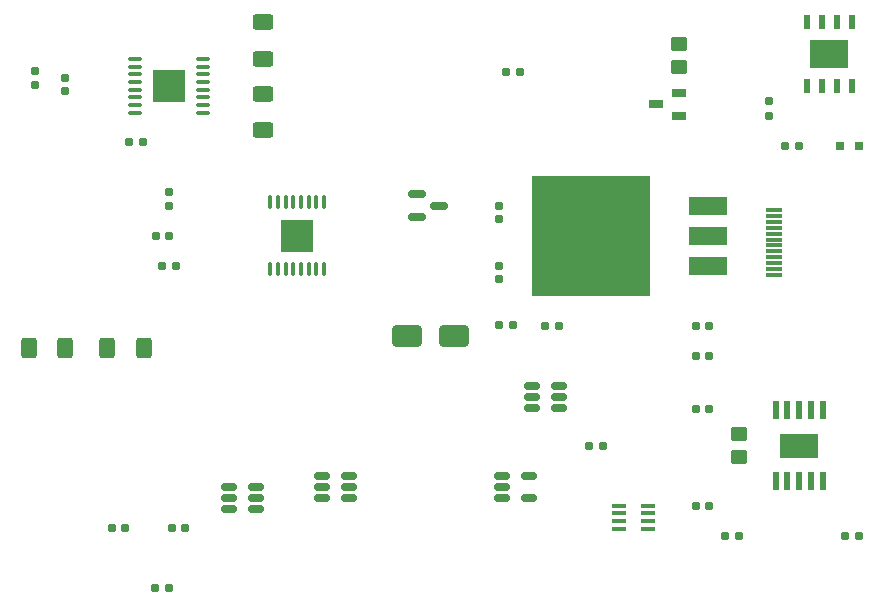
<source format=gtp>
%TF.GenerationSoftware,KiCad,Pcbnew,7.0.1*%
%TF.CreationDate,2025-03-28T02:07:49+02:00*%
%TF.ProjectId,PowerCircuit_V6,506f7765-7243-4697-9263-7569745f5636,rev?*%
%TF.SameCoordinates,Original*%
%TF.FileFunction,Paste,Top*%
%TF.FilePolarity,Positive*%
%FSLAX46Y46*%
G04 Gerber Fmt 4.6, Leading zero omitted, Abs format (unit mm)*
G04 Created by KiCad (PCBNEW 7.0.1) date 2025-03-28 02:07:49*
%MOMM*%
%LPD*%
G01*
G04 APERTURE LIST*
G04 Aperture macros list*
%AMRoundRect*
0 Rectangle with rounded corners*
0 $1 Rounding radius*
0 $2 $3 $4 $5 $6 $7 $8 $9 X,Y pos of 4 corners*
0 Add a 4 corners polygon primitive as box body*
4,1,4,$2,$3,$4,$5,$6,$7,$8,$9,$2,$3,0*
0 Add four circle primitives for the rounded corners*
1,1,$1+$1,$2,$3*
1,1,$1+$1,$4,$5*
1,1,$1+$1,$6,$7*
1,1,$1+$1,$8,$9*
0 Add four rect primitives between the rounded corners*
20,1,$1+$1,$2,$3,$4,$5,0*
20,1,$1+$1,$4,$5,$6,$7,0*
20,1,$1+$1,$6,$7,$8,$9,0*
20,1,$1+$1,$8,$9,$2,$3,0*%
G04 Aperture macros list end*
%ADD10RoundRect,0.150000X-0.512500X-0.150000X0.512500X-0.150000X0.512500X0.150000X-0.512500X0.150000X0*%
%ADD11RoundRect,0.160000X-0.197500X-0.160000X0.197500X-0.160000X0.197500X0.160000X-0.197500X0.160000X0*%
%ADD12R,0.600000X1.500000*%
%ADD13R,3.300000X2.100000*%
%ADD14R,3.300000X1.510998*%
%ADD15R,10.020015X10.122022*%
%ADD16RoundRect,0.250000X0.450000X-0.350000X0.450000X0.350000X-0.450000X0.350000X-0.450000X-0.350000X0*%
%ADD17RoundRect,0.155000X-0.212500X-0.155000X0.212500X-0.155000X0.212500X0.155000X-0.212500X0.155000X0*%
%ADD18R,1.250013X0.700000*%
%ADD19RoundRect,0.250000X-0.400000X-0.625000X0.400000X-0.625000X0.400000X0.625000X-0.400000X0.625000X0*%
%ADD20O,1.251994X0.364008*%
%ADD21O,1.300000X0.350013*%
%ADD22R,2.740005X2.740005*%
%ADD23R,1.400000X0.300000*%
%ADD24RoundRect,0.155000X0.155000X-0.212500X0.155000X0.212500X-0.155000X0.212500X-0.155000X-0.212500X0*%
%ADD25O,0.350013X1.300000*%
%ADD26RoundRect,0.250000X0.400000X0.625000X-0.400000X0.625000X-0.400000X-0.625000X0.400000X-0.625000X0*%
%ADD27R,0.800000X0.800000*%
%ADD28RoundRect,0.250000X0.625000X-0.400000X0.625000X0.400000X-0.625000X0.400000X-0.625000X-0.400000X0*%
%ADD29RoundRect,0.150000X-0.587500X-0.150000X0.587500X-0.150000X0.587500X0.150000X-0.587500X0.150000X0*%
%ADD30R,0.600000X1.300000*%
%ADD31R,3.300000X2.400000*%
%ADD32RoundRect,0.160000X0.160000X-0.197500X0.160000X0.197500X-0.160000X0.197500X-0.160000X-0.197500X0*%
%ADD33RoundRect,0.250000X-1.000000X-0.650000X1.000000X-0.650000X1.000000X0.650000X-1.000000X0.650000X0*%
G04 APERTURE END LIST*
D10*
%TO.C,U4*%
X200660000Y-117780165D03*
X200660000Y-118730165D03*
X200660000Y-119680165D03*
X202935000Y-119680165D03*
X202935000Y-118730165D03*
X202935000Y-117780165D03*
%TD*%
D11*
%TO.C,R9*%
X242645000Y-121920000D03*
X243840000Y-121920000D03*
%TD*%
D12*
%TO.C,U9*%
X246920076Y-117300127D03*
X247920076Y-117300127D03*
X248920076Y-117300127D03*
X249920076Y-117300127D03*
X250920076Y-117300127D03*
X250920076Y-111300127D03*
X249920076Y-111299873D03*
X248920076Y-111299873D03*
X247920076Y-111299873D03*
X246920076Y-111300127D03*
D13*
X248920076Y-114299873D03*
%TD*%
D14*
%TO.C,U10*%
X241171816Y-99060005D03*
X241171816Y-96520000D03*
X241171816Y-93979995D03*
D15*
X231268082Y-96520000D03*
%TD*%
D16*
%TO.C,R13*%
X238760000Y-82280000D03*
X238760000Y-80280000D03*
%TD*%
D17*
%TO.C,C8*%
X194445000Y-96520000D03*
X195580000Y-96520000D03*
%TD*%
D18*
%TO.C,U14*%
X238760000Y-86359962D03*
X238760000Y-84460038D03*
X236760000Y-85410000D03*
%TD*%
D10*
%TO.C,U2*%
X226325000Y-109220000D03*
X226325000Y-110170000D03*
X226325000Y-111120000D03*
X228600000Y-111120000D03*
X228600000Y-110170000D03*
X228600000Y-109220000D03*
%TD*%
D19*
%TO.C,R7*%
X190323863Y-106030165D03*
X193423863Y-106030165D03*
%TD*%
D20*
%TO.C,U13*%
X236132160Y-121330208D03*
X236132160Y-120680221D03*
X236132160Y-120030233D03*
X236132160Y-119379992D03*
X233680040Y-119379992D03*
X233680040Y-120030233D03*
X233680040Y-120680221D03*
X233680040Y-121330208D03*
%TD*%
D21*
%TO.C,U12*%
X198430013Y-86110183D03*
X198430013Y-85460195D03*
X198430013Y-84810208D03*
X198430013Y-84159967D03*
X198430013Y-83509979D03*
X198430013Y-82859992D03*
X198430013Y-82210005D03*
X198430013Y-81560017D03*
X192729987Y-81560017D03*
X192729987Y-82210005D03*
X192729987Y-82859992D03*
X192729987Y-83509979D03*
X192729987Y-84159967D03*
X192729987Y-84810208D03*
X192729987Y-85460195D03*
X192729987Y-86110183D03*
D22*
X195580000Y-83835100D03*
%TD*%
D23*
%TO.C,U8*%
X246819174Y-99859301D03*
X246819174Y-99360191D03*
X246819174Y-98861080D03*
X246819174Y-98360699D03*
X246819174Y-97860318D03*
X246819174Y-97359936D03*
X246819174Y-96859555D03*
X246819174Y-96359174D03*
X246819174Y-95860064D03*
X246819174Y-95360953D03*
X246819174Y-94860572D03*
X246819174Y-94360191D03*
%TD*%
D24*
%TO.C,C15*%
X223520000Y-95115000D03*
X223520000Y-93980000D03*
%TD*%
D25*
%TO.C,U1*%
X204134917Y-99370013D03*
X204784905Y-99370013D03*
X205434892Y-99370013D03*
X206085133Y-99370013D03*
X206735121Y-99370013D03*
X207385108Y-99370013D03*
X208035095Y-99370013D03*
X208685083Y-99370013D03*
X208685083Y-93669987D03*
X208035095Y-93669987D03*
X207385108Y-93669987D03*
X206735121Y-93669987D03*
X206085133Y-93669987D03*
X205434892Y-93669987D03*
X204784905Y-93669987D03*
X204134917Y-93669987D03*
D22*
X206410000Y-96520000D03*
%TD*%
D17*
%TO.C,C13*%
X240165000Y-119380000D03*
X241300000Y-119380000D03*
%TD*%
%TO.C,C9*%
X195818863Y-121270165D03*
X196953863Y-121270165D03*
%TD*%
D24*
%TO.C,C14*%
X223520000Y-100195000D03*
X223520000Y-99060000D03*
%TD*%
D17*
%TO.C,C2*%
X240165000Y-106680000D03*
X241300000Y-106680000D03*
%TD*%
D26*
%TO.C,R6*%
X186793863Y-106030165D03*
X183693863Y-106030165D03*
%TD*%
D16*
%TO.C,R8*%
X243840000Y-115300000D03*
X243840000Y-113300000D03*
%TD*%
D27*
%TO.C,LED1*%
X252401033Y-88900227D03*
X253999967Y-88899973D03*
%TD*%
D28*
%TO.C,R4*%
X203510000Y-81530000D03*
X203510000Y-78430000D03*
%TD*%
D24*
%TO.C,C4*%
X186793863Y-84305165D03*
X186793863Y-83170165D03*
%TD*%
D11*
%TO.C,R10*%
X252805000Y-121920000D03*
X254000000Y-121920000D03*
%TD*%
D17*
%TO.C,C7*%
X190738863Y-121270165D03*
X191873863Y-121270165D03*
%TD*%
D10*
%TO.C,U5*%
X208545000Y-116840000D03*
X208545000Y-117790000D03*
X208545000Y-118740000D03*
X210820000Y-118740000D03*
X210820000Y-117790000D03*
X210820000Y-116840000D03*
%TD*%
D24*
%TO.C,C11*%
X195580000Y-93980000D03*
X195580000Y-92845000D03*
%TD*%
D11*
%TO.C,R14*%
X231140000Y-114300000D03*
X232335000Y-114300000D03*
%TD*%
D17*
%TO.C,C3*%
X240165000Y-111190000D03*
X241300000Y-111190000D03*
%TD*%
D29*
%TO.C,Q1*%
X216565000Y-93030000D03*
X216565000Y-94930000D03*
X218440000Y-93980000D03*
%TD*%
D24*
%TO.C,C5*%
X184253863Y-83737665D03*
X184253863Y-82602665D03*
%TD*%
D17*
%TO.C,C12*%
X195012500Y-99060000D03*
X196147500Y-99060000D03*
%TD*%
D28*
%TO.C,R5*%
X203510000Y-87600000D03*
X203510000Y-84500000D03*
%TD*%
D17*
%TO.C,C1*%
X240165000Y-104140000D03*
X241300000Y-104140000D03*
%TD*%
D11*
%TO.C,R1*%
X227405000Y-104140000D03*
X228600000Y-104140000D03*
%TD*%
D10*
%TO.C,U3*%
X223785000Y-116840000D03*
X223785000Y-117790000D03*
X223785000Y-118740000D03*
X226060000Y-118740000D03*
X226060000Y-116840000D03*
%TD*%
D17*
%TO.C,C6*%
X192215000Y-88590000D03*
X193350000Y-88590000D03*
%TD*%
D11*
%TO.C,R11*%
X247725000Y-88900000D03*
X248920000Y-88900000D03*
%TD*%
D30*
%TO.C,U11*%
X249554920Y-83819973D03*
X250824923Y-83819973D03*
X252094925Y-83819973D03*
X253364928Y-83819973D03*
X253364928Y-78420176D03*
X252094925Y-78420176D03*
X250824923Y-78420176D03*
X249554920Y-78420176D03*
D31*
X251459924Y-81119948D03*
%TD*%
D32*
%TO.C,R12*%
X246380000Y-86360000D03*
X246380000Y-85165000D03*
%TD*%
D11*
%TO.C,R3*%
X224100000Y-82630000D03*
X225295000Y-82630000D03*
%TD*%
D33*
%TO.C,D1*%
X215685000Y-105030000D03*
X219685000Y-105030000D03*
%TD*%
D11*
%TO.C,R2*%
X223520000Y-104130000D03*
X224715000Y-104130000D03*
%TD*%
D17*
%TO.C,C10*%
X194413863Y-126350165D03*
X195548863Y-126350165D03*
%TD*%
M02*

</source>
